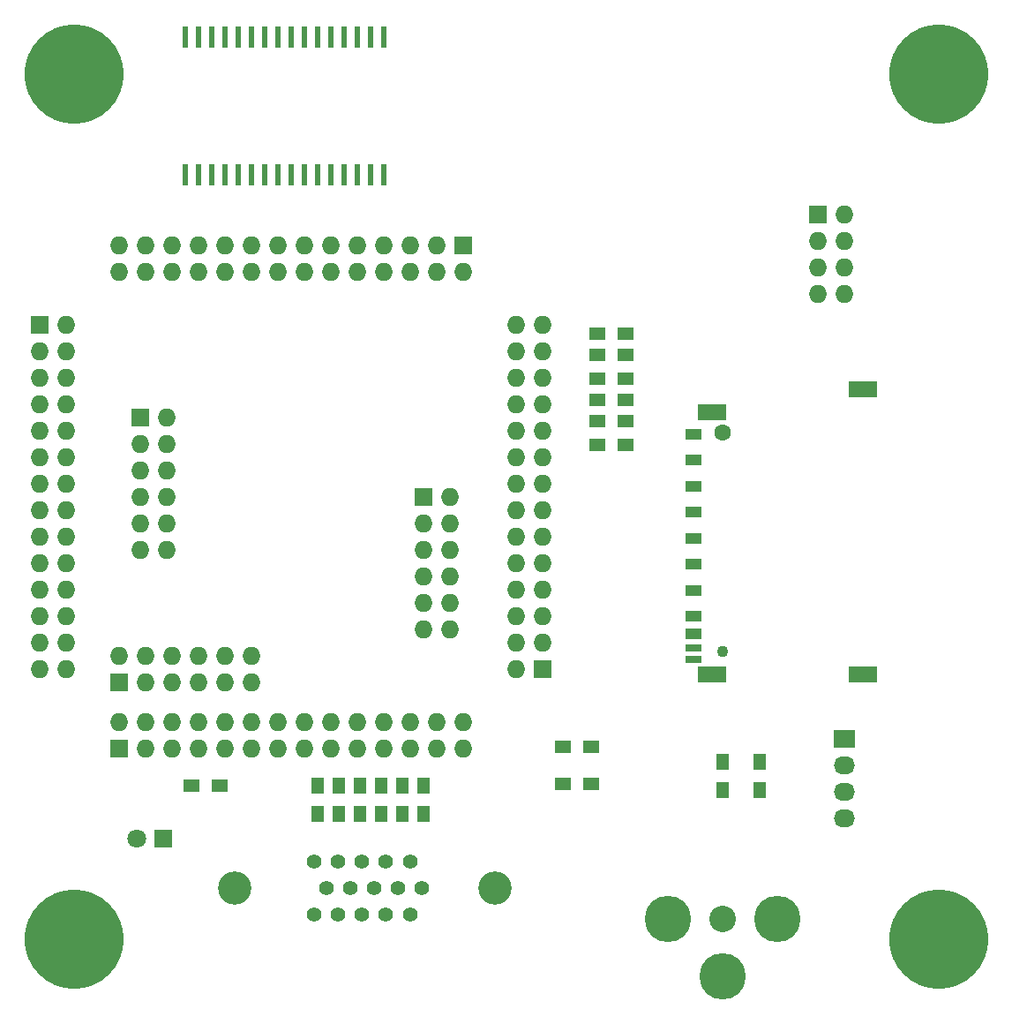
<source format=gbr>
G04 #@! TF.FileFunction,Soldermask,Top*
%FSLAX46Y46*%
G04 Gerber Fmt 4.6, Leading zero omitted, Abs format (unit mm)*
G04 Created by KiCad (PCBNEW 4.0.1-stable) date 2/4/2017 9:37:34 PM*
%MOMM*%
G01*
G04 APERTURE LIST*
%ADD10C,0.150000*%
%ADD11C,9.525000*%
%ADD12R,1.727200X1.727200*%
%ADD13O,1.727200X1.727200*%
%ADD14C,4.445000*%
%ADD15C,2.540000*%
%ADD16R,1.300000X1.500000*%
%ADD17R,1.500000X1.300000*%
%ADD18R,2.032000X1.727200*%
%ADD19O,2.032000X1.727200*%
%ADD20C,3.200000*%
%ADD21C,1.397000*%
%ADD22R,0.600000X2.000000*%
%ADD23R,1.500000X0.700000*%
%ADD24C,1.600000*%
%ADD25R,1.500000X1.000000*%
%ADD26R,2.800000X1.500000*%
%ADD27C,1.100000*%
%ADD28R,1.800000X1.800000*%
%ADD29C,1.800000*%
G04 APERTURE END LIST*
D10*
D11*
X99000000Y-16000000D03*
X99000000Y-99000000D03*
D12*
X20320000Y-80645000D03*
D13*
X20320000Y-78105000D03*
X22860000Y-80645000D03*
X22860000Y-78105000D03*
X25400000Y-80645000D03*
X25400000Y-78105000D03*
X27940000Y-80645000D03*
X27940000Y-78105000D03*
X30480000Y-80645000D03*
X30480000Y-78105000D03*
X33020000Y-80645000D03*
X33020000Y-78105000D03*
X35560000Y-80645000D03*
X35560000Y-78105000D03*
X38100000Y-80645000D03*
X38100000Y-78105000D03*
X40640000Y-80645000D03*
X40640000Y-78105000D03*
X43180000Y-80645000D03*
X43180000Y-78105000D03*
X45720000Y-80645000D03*
X45720000Y-78105000D03*
X48260000Y-80645000D03*
X48260000Y-78105000D03*
X50800000Y-80645000D03*
X50800000Y-78105000D03*
X53340000Y-80645000D03*
X53340000Y-78105000D03*
D12*
X60960000Y-73025000D03*
D13*
X58420000Y-73025000D03*
X60960000Y-70485000D03*
X58420000Y-70485000D03*
X60960000Y-67945000D03*
X58420000Y-67945000D03*
X60960000Y-65405000D03*
X58420000Y-65405000D03*
X60960000Y-62865000D03*
X58420000Y-62865000D03*
X60960000Y-60325000D03*
X58420000Y-60325000D03*
X60960000Y-57785000D03*
X58420000Y-57785000D03*
X60960000Y-55245000D03*
X58420000Y-55245000D03*
X60960000Y-52705000D03*
X58420000Y-52705000D03*
X60960000Y-50165000D03*
X58420000Y-50165000D03*
X60960000Y-47625000D03*
X58420000Y-47625000D03*
X60960000Y-45085000D03*
X58420000Y-45085000D03*
X60960000Y-42545000D03*
X58420000Y-42545000D03*
X60960000Y-40005000D03*
X58420000Y-40005000D03*
D12*
X53340000Y-32385000D03*
D13*
X53340000Y-34925000D03*
X50800000Y-32385000D03*
X50800000Y-34925000D03*
X48260000Y-32385000D03*
X48260000Y-34925000D03*
X45720000Y-32385000D03*
X45720000Y-34925000D03*
X43180000Y-32385000D03*
X43180000Y-34925000D03*
X40640000Y-32385000D03*
X40640000Y-34925000D03*
X38100000Y-32385000D03*
X38100000Y-34925000D03*
X35560000Y-32385000D03*
X35560000Y-34925000D03*
X33020000Y-32385000D03*
X33020000Y-34925000D03*
X30480000Y-32385000D03*
X30480000Y-34925000D03*
X27940000Y-32385000D03*
X27940000Y-34925000D03*
X25400000Y-32385000D03*
X25400000Y-34925000D03*
X22860000Y-32385000D03*
X22860000Y-34925000D03*
X20320000Y-32385000D03*
X20320000Y-34925000D03*
D12*
X12700000Y-40005000D03*
D13*
X15240000Y-40005000D03*
X12700000Y-42545000D03*
X15240000Y-42545000D03*
X12700000Y-45085000D03*
X15240000Y-45085000D03*
X12700000Y-47625000D03*
X15240000Y-47625000D03*
X12700000Y-50165000D03*
X15240000Y-50165000D03*
X12700000Y-52705000D03*
X15240000Y-52705000D03*
X12700000Y-55245000D03*
X15240000Y-55245000D03*
X12700000Y-57785000D03*
X15240000Y-57785000D03*
X12700000Y-60325000D03*
X15240000Y-60325000D03*
X12700000Y-62865000D03*
X15240000Y-62865000D03*
X12700000Y-65405000D03*
X15240000Y-65405000D03*
X12700000Y-67945000D03*
X15240000Y-67945000D03*
X12700000Y-70485000D03*
X15240000Y-70485000D03*
X12700000Y-73025000D03*
X15240000Y-73025000D03*
D14*
X78232000Y-102539800D03*
X83477100Y-97028000D03*
X72986900Y-97028000D03*
D15*
X78232000Y-97028000D03*
D12*
X20320000Y-74295000D03*
D13*
X20320000Y-71755000D03*
X22860000Y-74295000D03*
X22860000Y-71755000D03*
X25400000Y-74295000D03*
X25400000Y-71755000D03*
X27940000Y-74295000D03*
X27940000Y-71755000D03*
X30480000Y-74295000D03*
X30480000Y-71755000D03*
X33020000Y-74295000D03*
X33020000Y-71755000D03*
D16*
X47498000Y-84248000D03*
X47498000Y-86948000D03*
X49530000Y-84248000D03*
X49530000Y-86948000D03*
X43434000Y-84248000D03*
X43434000Y-86948000D03*
X45466000Y-84248000D03*
X45466000Y-86948000D03*
X41402000Y-84248000D03*
X41402000Y-86948000D03*
D17*
X62912000Y-80518000D03*
X65612000Y-80518000D03*
X62912000Y-84074000D03*
X65612000Y-84074000D03*
D16*
X81788000Y-81962000D03*
X81788000Y-84662000D03*
X78232000Y-81962000D03*
X78232000Y-84662000D03*
D17*
X66214000Y-40894000D03*
X68914000Y-40894000D03*
X66214000Y-45212000D03*
X68914000Y-45212000D03*
X66214000Y-42926000D03*
X68914000Y-42926000D03*
X68914000Y-51562000D03*
X66214000Y-51562000D03*
X68914000Y-49276000D03*
X66214000Y-49276000D03*
X68914000Y-47244000D03*
X66214000Y-47244000D03*
D18*
X89916000Y-79756000D03*
D19*
X89916000Y-82296000D03*
X89916000Y-84836000D03*
X89916000Y-87376000D03*
D12*
X87376000Y-29464000D03*
D13*
X89916000Y-29464000D03*
X87376000Y-32004000D03*
X89916000Y-32004000D03*
X87376000Y-34544000D03*
X89916000Y-34544000D03*
X87376000Y-37084000D03*
X89916000Y-37084000D03*
D11*
X16000000Y-99000000D03*
D16*
X39370000Y-84248000D03*
X39370000Y-86948000D03*
D12*
X22352000Y-48895000D03*
D13*
X24892000Y-48895000D03*
X22352000Y-51435000D03*
X24892000Y-51435000D03*
X22352000Y-53975000D03*
X24892000Y-53975000D03*
X22352000Y-56515000D03*
X24892000Y-56515000D03*
X22352000Y-59055000D03*
X24892000Y-59055000D03*
X22352000Y-61595000D03*
X24892000Y-61595000D03*
D12*
X49530000Y-56515000D03*
D13*
X52070000Y-56515000D03*
X49530000Y-59055000D03*
X52070000Y-59055000D03*
X49530000Y-61595000D03*
X52070000Y-61595000D03*
X49530000Y-64135000D03*
X52070000Y-64135000D03*
X49530000Y-66675000D03*
X52070000Y-66675000D03*
X49530000Y-69215000D03*
X52070000Y-69215000D03*
D20*
X56436260Y-94033340D03*
D21*
X43675300Y-91493340D03*
X45961300Y-91493340D03*
X48252380Y-91493340D03*
X41381680Y-91493340D03*
X39093140Y-91493340D03*
X42527220Y-94033340D03*
X44815760Y-94033340D03*
X47106840Y-94033340D03*
X49397920Y-94033340D03*
D20*
X31447740Y-94033340D03*
D21*
X40236140Y-94033340D03*
X48252380Y-96573340D03*
X45961300Y-96573340D03*
X43672760Y-96570800D03*
X41381680Y-96573340D03*
X39093140Y-96573340D03*
D11*
X16000000Y-16000000D03*
D22*
X26670000Y-25650000D03*
X27940000Y-25650000D03*
X29210000Y-25650000D03*
X30480000Y-25650000D03*
X31750000Y-25650000D03*
X33020000Y-25650000D03*
X34290000Y-25650000D03*
X35560000Y-25650000D03*
X36830000Y-25650000D03*
X38100000Y-25650000D03*
X39370000Y-25650000D03*
X40640000Y-25650000D03*
X41910000Y-25650000D03*
X43180000Y-25650000D03*
X44450000Y-25650000D03*
X45720000Y-25650000D03*
X45720000Y-12450000D03*
X44450000Y-12450000D03*
X43180000Y-12450000D03*
X41910000Y-12450000D03*
X40640000Y-12450000D03*
X39370000Y-12450000D03*
X38100000Y-12450000D03*
X36830000Y-12450000D03*
X35560000Y-12450000D03*
X34290000Y-12450000D03*
X33020000Y-12450000D03*
X31750000Y-12450000D03*
X30480000Y-12450000D03*
X29210000Y-12450000D03*
X27940000Y-12450000D03*
X26670000Y-12450000D03*
D23*
X75432000Y-72132000D03*
X75432000Y-70992000D03*
D24*
X78232000Y-50412000D03*
D25*
X75432000Y-55532000D03*
X75432000Y-53032000D03*
X75432000Y-58032000D03*
X75432000Y-60532000D03*
X75432000Y-63032000D03*
X75432000Y-65532000D03*
X75432000Y-67952000D03*
X75432000Y-69652000D03*
X75432000Y-50532000D03*
D26*
X77232000Y-48462000D03*
X77232000Y-73562000D03*
X91732000Y-73562000D03*
X91732000Y-46262000D03*
D27*
X78232000Y-71412000D03*
D28*
X24574500Y-89281000D03*
D29*
X22034500Y-89281000D03*
D17*
X29988500Y-84201000D03*
X27288500Y-84201000D03*
M02*

</source>
